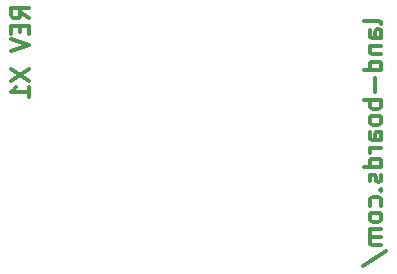
<source format=gbo>
G04 (created by PCBNEW (2013-04-19 BZR 4011)-stable) date 21/10/2014 12:48:17*
%MOIN*%
G04 Gerber Fmt 3.4, Leading zero omitted, Abs format*
%FSLAX34Y34*%
G01*
G70*
G90*
G04 APERTURE LIST*
%ADD10C,0*%
%ADD11C,0.011811*%
G04 APERTURE END LIST*
G54D10*
G54D11*
X14489Y-1048D02*
X14460Y-992D01*
X14404Y-964D01*
X13898Y-964D01*
X14489Y-1526D02*
X14179Y-1526D01*
X14123Y-1498D01*
X14095Y-1442D01*
X14095Y-1330D01*
X14123Y-1273D01*
X14460Y-1526D02*
X14489Y-1470D01*
X14489Y-1330D01*
X14460Y-1273D01*
X14404Y-1245D01*
X14348Y-1245D01*
X14292Y-1273D01*
X14264Y-1330D01*
X14264Y-1470D01*
X14235Y-1526D01*
X14095Y-1808D02*
X14489Y-1808D01*
X14151Y-1808D02*
X14123Y-1836D01*
X14095Y-1892D01*
X14095Y-1976D01*
X14123Y-2033D01*
X14179Y-2061D01*
X14489Y-2061D01*
X14489Y-2595D02*
X13898Y-2595D01*
X14460Y-2595D02*
X14489Y-2539D01*
X14489Y-2426D01*
X14460Y-2370D01*
X14432Y-2342D01*
X14376Y-2314D01*
X14207Y-2314D01*
X14151Y-2342D01*
X14123Y-2370D01*
X14095Y-2426D01*
X14095Y-2539D01*
X14123Y-2595D01*
X14264Y-2876D02*
X14264Y-3326D01*
X14489Y-3607D02*
X13898Y-3607D01*
X14123Y-3607D02*
X14095Y-3664D01*
X14095Y-3776D01*
X14123Y-3832D01*
X14151Y-3861D01*
X14207Y-3889D01*
X14376Y-3889D01*
X14432Y-3861D01*
X14460Y-3832D01*
X14489Y-3776D01*
X14489Y-3664D01*
X14460Y-3607D01*
X14489Y-4226D02*
X14460Y-4170D01*
X14432Y-4142D01*
X14376Y-4114D01*
X14207Y-4114D01*
X14151Y-4142D01*
X14123Y-4170D01*
X14095Y-4226D01*
X14095Y-4311D01*
X14123Y-4367D01*
X14151Y-4395D01*
X14207Y-4423D01*
X14376Y-4423D01*
X14432Y-4395D01*
X14460Y-4367D01*
X14489Y-4311D01*
X14489Y-4226D01*
X14489Y-4929D02*
X14179Y-4929D01*
X14123Y-4901D01*
X14095Y-4845D01*
X14095Y-4732D01*
X14123Y-4676D01*
X14460Y-4929D02*
X14489Y-4873D01*
X14489Y-4732D01*
X14460Y-4676D01*
X14404Y-4648D01*
X14348Y-4648D01*
X14292Y-4676D01*
X14264Y-4732D01*
X14264Y-4873D01*
X14235Y-4929D01*
X14489Y-5210D02*
X14095Y-5210D01*
X14207Y-5210D02*
X14151Y-5239D01*
X14123Y-5267D01*
X14095Y-5323D01*
X14095Y-5379D01*
X14489Y-5829D02*
X13898Y-5829D01*
X14460Y-5829D02*
X14489Y-5773D01*
X14489Y-5660D01*
X14460Y-5604D01*
X14432Y-5576D01*
X14376Y-5548D01*
X14207Y-5548D01*
X14151Y-5576D01*
X14123Y-5604D01*
X14095Y-5660D01*
X14095Y-5773D01*
X14123Y-5829D01*
X14460Y-6082D02*
X14489Y-6138D01*
X14489Y-6251D01*
X14460Y-6307D01*
X14404Y-6335D01*
X14376Y-6335D01*
X14320Y-6307D01*
X14292Y-6251D01*
X14292Y-6167D01*
X14264Y-6110D01*
X14207Y-6082D01*
X14179Y-6082D01*
X14123Y-6110D01*
X14095Y-6167D01*
X14095Y-6251D01*
X14123Y-6307D01*
X14432Y-6588D02*
X14460Y-6616D01*
X14489Y-6588D01*
X14460Y-6560D01*
X14432Y-6588D01*
X14489Y-6588D01*
X14460Y-7123D02*
X14489Y-7066D01*
X14489Y-6954D01*
X14460Y-6898D01*
X14432Y-6870D01*
X14376Y-6841D01*
X14207Y-6841D01*
X14151Y-6870D01*
X14123Y-6898D01*
X14095Y-6954D01*
X14095Y-7066D01*
X14123Y-7123D01*
X14489Y-7460D02*
X14460Y-7404D01*
X14432Y-7376D01*
X14376Y-7348D01*
X14207Y-7348D01*
X14151Y-7376D01*
X14123Y-7404D01*
X14095Y-7460D01*
X14095Y-7544D01*
X14123Y-7601D01*
X14151Y-7629D01*
X14207Y-7657D01*
X14376Y-7657D01*
X14432Y-7629D01*
X14460Y-7601D01*
X14489Y-7544D01*
X14489Y-7460D01*
X14489Y-7910D02*
X14095Y-7910D01*
X14151Y-7910D02*
X14123Y-7938D01*
X14095Y-7994D01*
X14095Y-8079D01*
X14123Y-8135D01*
X14179Y-8163D01*
X14489Y-8163D01*
X14179Y-8163D02*
X14123Y-8191D01*
X14095Y-8248D01*
X14095Y-8332D01*
X14123Y-8388D01*
X14179Y-8416D01*
X14489Y-8416D01*
X13870Y-9119D02*
X14629Y-8613D01*
X2739Y-875D02*
X2457Y-678D01*
X2739Y-537D02*
X2148Y-537D01*
X2148Y-762D01*
X2176Y-818D01*
X2204Y-847D01*
X2260Y-875D01*
X2345Y-875D01*
X2401Y-847D01*
X2429Y-818D01*
X2457Y-762D01*
X2457Y-537D01*
X2429Y-1128D02*
X2429Y-1325D01*
X2739Y-1409D02*
X2739Y-1128D01*
X2148Y-1128D01*
X2148Y-1409D01*
X2148Y-1578D02*
X2739Y-1775D01*
X2148Y-1971D01*
X2148Y-2562D02*
X2739Y-2956D01*
X2148Y-2956D02*
X2739Y-2562D01*
X2739Y-3490D02*
X2739Y-3152D01*
X2739Y-3321D02*
X2148Y-3321D01*
X2232Y-3265D01*
X2289Y-3209D01*
X2317Y-3152D01*
M02*

</source>
